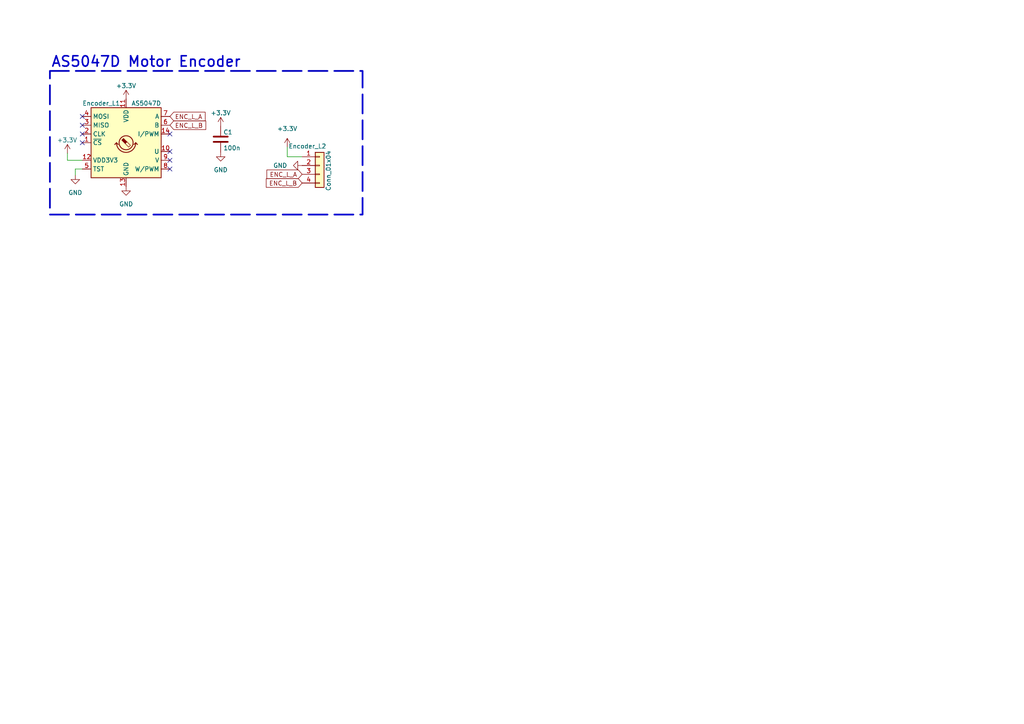
<source format=kicad_sch>
(kicad_sch (version 20231120) (generator "eeschema") (generator_version "8.0")
  (paper "A4")
  (lib_symbols
    (symbol "Connector_Generic:Conn_01x04" (pin_names (offset 1.016) hide)
      (property "Reference" "J" (at 0 5.08 0))
      (property "Value" "Conn_01x04" (at 0 -7.62 0))
      (symbol "Conn_01x04_1_1"
        (rectangle (start -1.27 -4.953) (end 0 -5.207) (stroke (width 0.1524)))
        (rectangle (start -1.27 -2.413) (end 0 -2.667) (stroke (width 0.1524)))
        (rectangle (start -1.27 0.127) (end 0 -0.127) (stroke (width 0.1524)))
        (rectangle (start -1.27 2.667) (end 0 2.413) (stroke (width 0.1524)))
        (rectangle (start -1.27 3.81) (end 1.27 -6.35) (stroke (width 0.254)) (fill (type background)))
        (pin passive line (at -5.08 2.54 0) (length 3.81) (name "Pin_1") (number "1"))
        (pin passive line (at -5.08 0 0) (length 3.81) (name "Pin_2") (number "2"))
        (pin passive line (at -5.08 -2.54 0) (length 3.81) (name "Pin_3") (number "3"))
        (pin passive line (at -5.08 -5.08 0) (length 3.81) (name "Pin_4") (number "4"))
      )
    )
    (symbol "Device:C" (pin_numbers hide) (pin_names (offset 0.254))
      (property "Reference" "C" (at 0.635 2.54 0))
      (property "Value" "C" (at 0.635 -2.54 0))
      (symbol "C_0_1"
        (polyline (pts (xy -2.032 -0.762) (xy 2.032 -0.762)) (stroke (width 0.508)))
        (polyline (pts (xy -2.032 0.762) (xy 2.032 0.762)) (stroke (width 0.508)))
      )
      (symbol "C_1_1"
        (pin passive line (at 0 3.81 270) (length 2.794) (name "~") (number "1"))
        (pin passive line (at 0 -3.81 90) (length 2.794) (name "~") (number "2"))
      )
    )
    (symbol "Sensor_Magnetic:AS5047D"
      (property "Reference" "U" (at -8.89 11.43 0))
      (property "Value" "AS5047D" (at 5.08 11.43 0))
      (symbol "AS5047D_1_1"
        (rectangle (start -10.16 10.16) (end 10.16 -10.16) (stroke (width 0.254)) (fill (type background)))
        (arc (start -2.794 0) (mid 0 -2.7819) (end 2.794 0) (stroke (width 0.254)))
        (polyline (pts (xy -2.794 0) (xy -3.302 -0.508)) (stroke (width 0.254)))
        (polyline (pts (xy -2.794 0) (xy -2.286 -0.508)) (stroke (width 0.254)))
        (polyline (pts (xy 2.794 0) (xy 2.286 -0.508)) (stroke (width 0.254)))
        (polyline (pts (xy 2.794 0) (xy 3.302 -0.508)) (stroke (width 0.254)))
        (polyline (pts (xy 0.254 0.254) (xy 1.27 -0.762) (xy 0.762 -1.27) (xy -0.254 -0.254)))
        (polyline (pts (xy -0.762 1.27) (xy 0.254 0.254) (xy -0.254 -0.254) (xy -1.27 0.762) (xy -1.016 1.016) (xy -0.762 1.27) (xy -0.635 1.143)) (fill (type outline)))
        (circle (center 0 0) (radius 2.032) (stroke (width 0.254)))
        (pin input line (at -12.7 0 0) (length 2.54) (name "~{CS}") (number "1"))
        (pin output line (at 12.7 -2.54 180) (length 2.54) (name "U") (number "10"))
        (pin power_in line (at 0 12.7 270) (length 2.54) (name "VDD") (number "11"))
        (pin power_out line (at -12.7 -5.08 0) (length 2.54) (name "VDD3V3") (number "12"))
        (pin power_in line (at 0 -12.7 90) (length 2.54) (name "GND") (number "13"))
        (pin output line (at 12.7 2.54 180) (length 2.54) (name "I/PWM") (number "14"))
        (pin input line (at -12.7 2.54 0) (length 2.54) (name "CLK") (number "2"))
        (pin output line (at -12.7 5.08 0) (length 2.54) (name "MISO") (number "3"))
        (pin input line (at -12.7 7.62 0) (length 2.54) (name "MOSI") (number "4"))
        (pin input line (at -12.7 -7.62 0) (length 2.54) (name "TST") (number "5"))
        (pin output line (at 12.7 5.08 180) (length 2.54) (name "B") (number "6"))
        (pin output line (at 12.7 7.62 180) (length 2.54) (name "A") (number "7"))
        (pin output line (at 12.7 -7.62 180) (length 2.54) (name "W/PWM") (number "8"))
        (pin output line (at 12.7 -5.08 180) (length 2.54) (name "V") (number "9"))
      )
    )
    (symbol "power:+3.3V" (power) (pin_names (offset 0))
      (property "Value" "+3.3V" (at 0 3.556 0))
      (symbol "+3.3V_0_1"
        (polyline (pts (xy -0.762 1.27) (xy 0 2.54)))
        (polyline (pts (xy 0 0) (xy 0 2.54)))
        (polyline (pts (xy 0 2.54) (xy 0.762 1.27)))
      )
      (symbol "+3.3V_1_1"
        (pin power_in line (at 0 0 90) (length 0) hide (name "+3.3V") (number "1"))
      )
    )
    (symbol "power:GND" (power) (pin_names (offset 0))
      (property "Value" "GND" (at 0 -3.81 0))
      (symbol "GND_0_1"
        (polyline (pts (xy 0 0) (xy 0 -1.27) (xy 1.27 -1.27) (xy 0 -2.54) (xy -1.27 -1.27) (xy 0 -1.27)))
      )
      (symbol "GND_1_1"
        (pin power_in line (at 0 0 270) (length 0) hide (name "GND") (number "1"))
      )
    )
  )
  (no_connect (at 49.276 38.862))
  (no_connect (at 49.276 46.482))
  (no_connect (at 23.876 41.402))
  (no_connect (at 49.276 49.022))
  (no_connect (at 23.876 33.782))
  (no_connect (at 23.876 36.322))
  (no_connect (at 49.276 43.942))
  (no_connect (at 23.876 38.862))
  (wire (pts (xy 23.876 49.022) (xy 21.844 49.022)))
  (wire (pts (xy 83.312 45.466) (xy 87.63 45.466)))
  (wire (pts (xy 21.844 49.022) (xy 21.844 50.8)))
  (wire (pts (xy 19.558 46.482) (xy 23.876 46.482)))
  (wire (pts (xy 19.558 44.45) (xy 19.558 46.482)))
  (wire (pts (xy 83.312 42.672) (xy 83.312 45.466)))
  (rectangle (start 14.478 20.574) (end 105.156 62.23) (stroke (width 0.5) (type dash)))
  (text "AS5047D Motor Encoder" (at 14.732 19.812 0) (effects (font (size 3 3) (thickness 0.454) (bold yes)) (justify left bottom)))
  (global_label "ENC_L_B" (shape input) (at 87.63 53.086 180) (property "Intersheetrefs" "${INTERSHEET_REFS}" (effects (hide yes))))
  (global_label "ENC_L_A" (shape input) (at 87.63 50.546 180) (property "Intersheetrefs" "${INTERSHEET_REFS}" (effects (hide yes))))
  (global_label "ENC_L_B" (shape input) (at 49.276 36.322 0) (property "Intersheetrefs" "${INTERSHEET_REFS}" (effects (hide yes))))
  (global_label "ENC_L_A" (shape input) (at 49.276 33.782 0) (property "Intersheetrefs" "${INTERSHEET_REFS}" (effects (hide yes))))
  (symbol (lib_id "power:+3.3V") (at 83.312 42.672 0) (unit 1)
    (property "Reference" "#PWR03" (effects (hide yes)))
    (property "Value" "+3.3V" (at 83.312 37.338 0))
  )
  (symbol (lib_id "power:GND") (at 87.63 48.006 270) (unit 1)
    (property "Reference" "#PWR06" (effects (hide yes)))
    (property "Value" "GND" (at 83.312 48.0061 90) (effects (justify right)))
  )
  (symbol (lib_id "Device:C") (at 64.008 40.386 0) (unit 1)
    (property "Reference" "C1" (at 64.77 38.354 0) (effects (justify left)))
    (property "Value" "100n" (at 64.77 42.926 0) (effects (justify left)))
    (property "Footprint" "Capacitor_SMD:C_0603_1608Metric" (effects (hide yes)))
  )
  (symbol (lib_id "Sensor_Magnetic:AS5047D") (at 36.576 41.402 0) (unit 1)
    (property "Reference" "Encoder_L1" (at 23.876 29.972 0) (effects (justify left)))
    (property "Value" "AS5047D" (at 38.1 29.972 0) (effects (justify left)))
    (property "Footprint" "Package_SO:TSSOP-14_4.4x5mm_P0.65mm" (effects (hide yes)))
    (property "Datasheet" "https://ams.com/documents/20143/36005/AS5047D_DS000394_2-00.pdf" (effects (hide yes)))
    (property "Description" "On-Axis Magnetic Position Sensor, 14-bit, PWM Output, ABI Output, UVW Output, SPI Interface, TSSOP-14" (effects (hide yes)))
  )
  (symbol (lib_id "power:GND") (at 64.008 44.196 0) (unit 1)
    (property "Reference" "#PWR04" (effects (hide yes)))
    (property "Value" "GND" (at 64.008 49.276 0))
  )
  (symbol (lib_id "power:+3.3V") (at 19.558 44.45 0) (unit 1)
    (property "Reference" "#PWR05" (effects (hide yes)))
    (property "Value" "+3.3V" (at 16.51 40.64 0) (effects (justify left)))
  )
  (symbol (lib_id "power:GND") (at 21.844 50.8 0) (unit 1)
    (property "Reference" "#PWR07" (effects (hide yes)))
    (property "Value" "GND" (at 21.844 55.88 0))
  )
  (symbol (lib_id "power:GND") (at 36.576 54.102 0) (unit 1)
    (property "Reference" "#PWR08" (effects (hide yes)))
    (property "Value" "GND" (at 36.576 59.182 0))
  )
  (symbol (lib_id "power:+3.3V") (at 36.576 28.702 0) (unit 1)
    (property "Reference" "#PWR01" (effects (hide yes)))
    (property "Value" "+3.3V" (at 36.576 24.892 0))
  )
  (symbol (lib_id "Connector_Generic:Conn_01x04") (at 92.71 48.006 0) (unit 1)
    (property "Reference" "Encoder_L2" (at 89.154 42.418 0))
    (property "Value" "Conn_01x04" (at 95.25 49.53 90))
    (property "Footprint" "Libraries_SN:Encoder_short_conn" (effects (hide yes)))
    (property "Description" "Generic connector, single row, 01x04, script generated (kicad-library-utils/schlib/autogen/connector/)" (effects (hide yes)))
  )
  (symbol (lib_id "power:+3.3V") (at 64.008 36.576 0) (unit 1)
    (property "Reference" "#PWR02" (effects (hide yes)))
    (property "Value" "+3.3V" (at 64.008 32.766 0))
  )
)
</source>
